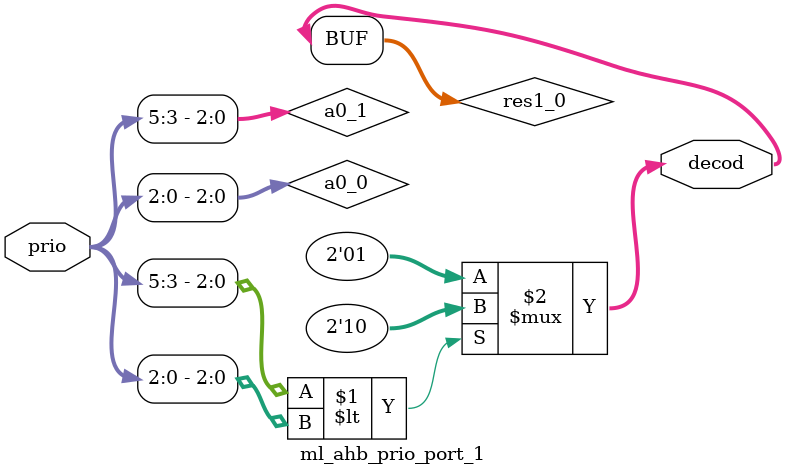
<source format=v>


module ml_ahb_prio_port_1(
   prio,
   decod
   );
   
input [5:0] prio;
output [1:0] decod;

wire [2:0] a0_0;
wire [2:0] a0_1;

wire [1:0] res1_0;

assign a0_0 = prio[2:0];
assign a0_1 = prio[5:3];

assign res1_0 = (a0_1 < a0_0 )?2'b10:2'b01;

assign decod = res1_0;

endmodule

</source>
